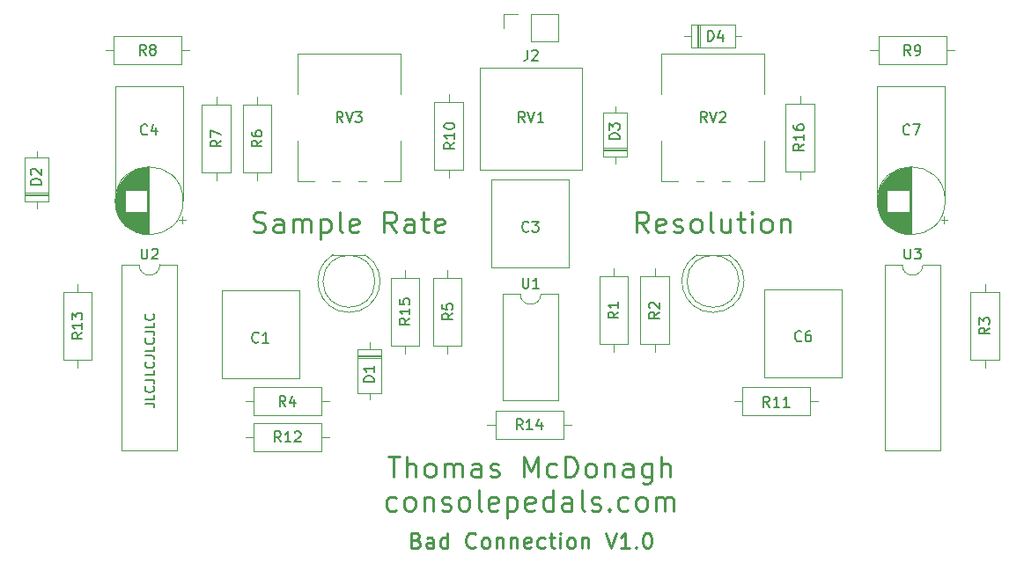
<source format=gbr>
G04 #@! TF.GenerationSoftware,KiCad,Pcbnew,(5.1.7)-1*
G04 #@! TF.CreationDate,2021-11-02T16:03:08-05:00*
G04 #@! TF.ProjectId,BadConnection,42616443-6f6e-46e6-9563-74696f6e2e6b,rev?*
G04 #@! TF.SameCoordinates,Original*
G04 #@! TF.FileFunction,Legend,Top*
G04 #@! TF.FilePolarity,Positive*
%FSLAX46Y46*%
G04 Gerber Fmt 4.6, Leading zero omitted, Abs format (unit mm)*
G04 Created by KiCad (PCBNEW (5.1.7)-1) date 2021-11-02 16:03:08*
%MOMM*%
%LPD*%
G01*
G04 APERTURE LIST*
%ADD10C,0.250000*%
%ADD11C,0.150000*%
%ADD12C,0.120000*%
G04 APERTURE END LIST*
D10*
X144011904Y-91582761D02*
X143345238Y-90630380D01*
X142869047Y-91582761D02*
X142869047Y-89582761D01*
X143630952Y-89582761D01*
X143821428Y-89678000D01*
X143916666Y-89773238D01*
X144011904Y-89963714D01*
X144011904Y-90249428D01*
X143916666Y-90439904D01*
X143821428Y-90535142D01*
X143630952Y-90630380D01*
X142869047Y-90630380D01*
X145630952Y-91487523D02*
X145440476Y-91582761D01*
X145059523Y-91582761D01*
X144869047Y-91487523D01*
X144773809Y-91297047D01*
X144773809Y-90535142D01*
X144869047Y-90344666D01*
X145059523Y-90249428D01*
X145440476Y-90249428D01*
X145630952Y-90344666D01*
X145726190Y-90535142D01*
X145726190Y-90725619D01*
X144773809Y-90916095D01*
X146488095Y-91487523D02*
X146678571Y-91582761D01*
X147059523Y-91582761D01*
X147250000Y-91487523D01*
X147345238Y-91297047D01*
X147345238Y-91201809D01*
X147250000Y-91011333D01*
X147059523Y-90916095D01*
X146773809Y-90916095D01*
X146583333Y-90820857D01*
X146488095Y-90630380D01*
X146488095Y-90535142D01*
X146583333Y-90344666D01*
X146773809Y-90249428D01*
X147059523Y-90249428D01*
X147250000Y-90344666D01*
X148488095Y-91582761D02*
X148297619Y-91487523D01*
X148202380Y-91392285D01*
X148107142Y-91201809D01*
X148107142Y-90630380D01*
X148202380Y-90439904D01*
X148297619Y-90344666D01*
X148488095Y-90249428D01*
X148773809Y-90249428D01*
X148964285Y-90344666D01*
X149059523Y-90439904D01*
X149154761Y-90630380D01*
X149154761Y-91201809D01*
X149059523Y-91392285D01*
X148964285Y-91487523D01*
X148773809Y-91582761D01*
X148488095Y-91582761D01*
X150297619Y-91582761D02*
X150107142Y-91487523D01*
X150011904Y-91297047D01*
X150011904Y-89582761D01*
X151916666Y-90249428D02*
X151916666Y-91582761D01*
X151059523Y-90249428D02*
X151059523Y-91297047D01*
X151154761Y-91487523D01*
X151345238Y-91582761D01*
X151630952Y-91582761D01*
X151821428Y-91487523D01*
X151916666Y-91392285D01*
X152583333Y-90249428D02*
X153345238Y-90249428D01*
X152869047Y-89582761D02*
X152869047Y-91297047D01*
X152964285Y-91487523D01*
X153154761Y-91582761D01*
X153345238Y-91582761D01*
X154011904Y-91582761D02*
X154011904Y-90249428D01*
X154011904Y-89582761D02*
X153916666Y-89678000D01*
X154011904Y-89773238D01*
X154107142Y-89678000D01*
X154011904Y-89582761D01*
X154011904Y-89773238D01*
X155250000Y-91582761D02*
X155059523Y-91487523D01*
X154964285Y-91392285D01*
X154869047Y-91201809D01*
X154869047Y-90630380D01*
X154964285Y-90439904D01*
X155059523Y-90344666D01*
X155250000Y-90249428D01*
X155535714Y-90249428D01*
X155726190Y-90344666D01*
X155821428Y-90439904D01*
X155916666Y-90630380D01*
X155916666Y-91201809D01*
X155821428Y-91392285D01*
X155726190Y-91487523D01*
X155535714Y-91582761D01*
X155250000Y-91582761D01*
X156773809Y-90249428D02*
X156773809Y-91582761D01*
X156773809Y-90439904D02*
X156869047Y-90344666D01*
X157059523Y-90249428D01*
X157345238Y-90249428D01*
X157535714Y-90344666D01*
X157630952Y-90535142D01*
X157630952Y-91582761D01*
X106059523Y-91487523D02*
X106345238Y-91582761D01*
X106821428Y-91582761D01*
X107011904Y-91487523D01*
X107107142Y-91392285D01*
X107202380Y-91201809D01*
X107202380Y-91011333D01*
X107107142Y-90820857D01*
X107011904Y-90725619D01*
X106821428Y-90630380D01*
X106440476Y-90535142D01*
X106250000Y-90439904D01*
X106154761Y-90344666D01*
X106059523Y-90154190D01*
X106059523Y-89963714D01*
X106154761Y-89773238D01*
X106250000Y-89678000D01*
X106440476Y-89582761D01*
X106916666Y-89582761D01*
X107202380Y-89678000D01*
X108916666Y-91582761D02*
X108916666Y-90535142D01*
X108821428Y-90344666D01*
X108630952Y-90249428D01*
X108250000Y-90249428D01*
X108059523Y-90344666D01*
X108916666Y-91487523D02*
X108726190Y-91582761D01*
X108250000Y-91582761D01*
X108059523Y-91487523D01*
X107964285Y-91297047D01*
X107964285Y-91106571D01*
X108059523Y-90916095D01*
X108250000Y-90820857D01*
X108726190Y-90820857D01*
X108916666Y-90725619D01*
X109869047Y-91582761D02*
X109869047Y-90249428D01*
X109869047Y-90439904D02*
X109964285Y-90344666D01*
X110154761Y-90249428D01*
X110440476Y-90249428D01*
X110630952Y-90344666D01*
X110726190Y-90535142D01*
X110726190Y-91582761D01*
X110726190Y-90535142D02*
X110821428Y-90344666D01*
X111011904Y-90249428D01*
X111297619Y-90249428D01*
X111488095Y-90344666D01*
X111583333Y-90535142D01*
X111583333Y-91582761D01*
X112535714Y-90249428D02*
X112535714Y-92249428D01*
X112535714Y-90344666D02*
X112726190Y-90249428D01*
X113107142Y-90249428D01*
X113297619Y-90344666D01*
X113392857Y-90439904D01*
X113488095Y-90630380D01*
X113488095Y-91201809D01*
X113392857Y-91392285D01*
X113297619Y-91487523D01*
X113107142Y-91582761D01*
X112726190Y-91582761D01*
X112535714Y-91487523D01*
X114630952Y-91582761D02*
X114440476Y-91487523D01*
X114345238Y-91297047D01*
X114345238Y-89582761D01*
X116154761Y-91487523D02*
X115964285Y-91582761D01*
X115583333Y-91582761D01*
X115392857Y-91487523D01*
X115297619Y-91297047D01*
X115297619Y-90535142D01*
X115392857Y-90344666D01*
X115583333Y-90249428D01*
X115964285Y-90249428D01*
X116154761Y-90344666D01*
X116250000Y-90535142D01*
X116250000Y-90725619D01*
X115297619Y-90916095D01*
X119773809Y-91582761D02*
X119107142Y-90630380D01*
X118630952Y-91582761D02*
X118630952Y-89582761D01*
X119392857Y-89582761D01*
X119583333Y-89678000D01*
X119678571Y-89773238D01*
X119773809Y-89963714D01*
X119773809Y-90249428D01*
X119678571Y-90439904D01*
X119583333Y-90535142D01*
X119392857Y-90630380D01*
X118630952Y-90630380D01*
X121488095Y-91582761D02*
X121488095Y-90535142D01*
X121392857Y-90344666D01*
X121202380Y-90249428D01*
X120821428Y-90249428D01*
X120630952Y-90344666D01*
X121488095Y-91487523D02*
X121297619Y-91582761D01*
X120821428Y-91582761D01*
X120630952Y-91487523D01*
X120535714Y-91297047D01*
X120535714Y-91106571D01*
X120630952Y-90916095D01*
X120821428Y-90820857D01*
X121297619Y-90820857D01*
X121488095Y-90725619D01*
X122154761Y-90249428D02*
X122916666Y-90249428D01*
X122440476Y-89582761D02*
X122440476Y-91297047D01*
X122535714Y-91487523D01*
X122726190Y-91582761D01*
X122916666Y-91582761D01*
X124345238Y-91487523D02*
X124154761Y-91582761D01*
X123773809Y-91582761D01*
X123583333Y-91487523D01*
X123488095Y-91297047D01*
X123488095Y-90535142D01*
X123583333Y-90344666D01*
X123773809Y-90249428D01*
X124154761Y-90249428D01*
X124345238Y-90344666D01*
X124440476Y-90535142D01*
X124440476Y-90725619D01*
X123488095Y-90916095D01*
D11*
X95646142Y-108043142D02*
X96289000Y-108043142D01*
X96417571Y-108086000D01*
X96503285Y-108171714D01*
X96546142Y-108300285D01*
X96546142Y-108386000D01*
X96546142Y-107186000D02*
X96546142Y-107614571D01*
X95646142Y-107614571D01*
X96460428Y-106371714D02*
X96503285Y-106414571D01*
X96546142Y-106543142D01*
X96546142Y-106628857D01*
X96503285Y-106757428D01*
X96417571Y-106843142D01*
X96331857Y-106886000D01*
X96160428Y-106928857D01*
X96031857Y-106928857D01*
X95860428Y-106886000D01*
X95774714Y-106843142D01*
X95689000Y-106757428D01*
X95646142Y-106628857D01*
X95646142Y-106543142D01*
X95689000Y-106414571D01*
X95731857Y-106371714D01*
X95646142Y-105728857D02*
X96289000Y-105728857D01*
X96417571Y-105771714D01*
X96503285Y-105857428D01*
X96546142Y-105986000D01*
X96546142Y-106071714D01*
X96546142Y-104871714D02*
X96546142Y-105300285D01*
X95646142Y-105300285D01*
X96460428Y-104057428D02*
X96503285Y-104100285D01*
X96546142Y-104228857D01*
X96546142Y-104314571D01*
X96503285Y-104443142D01*
X96417571Y-104528857D01*
X96331857Y-104571714D01*
X96160428Y-104614571D01*
X96031857Y-104614571D01*
X95860428Y-104571714D01*
X95774714Y-104528857D01*
X95689000Y-104443142D01*
X95646142Y-104314571D01*
X95646142Y-104228857D01*
X95689000Y-104100285D01*
X95731857Y-104057428D01*
X95646142Y-103414571D02*
X96289000Y-103414571D01*
X96417571Y-103457428D01*
X96503285Y-103543142D01*
X96546142Y-103671714D01*
X96546142Y-103757428D01*
X96546142Y-102557428D02*
X96546142Y-102986000D01*
X95646142Y-102986000D01*
X96460428Y-101743142D02*
X96503285Y-101786000D01*
X96546142Y-101914571D01*
X96546142Y-102000285D01*
X96503285Y-102128857D01*
X96417571Y-102214571D01*
X96331857Y-102257428D01*
X96160428Y-102300285D01*
X96031857Y-102300285D01*
X95860428Y-102257428D01*
X95774714Y-102214571D01*
X95689000Y-102128857D01*
X95646142Y-102000285D01*
X95646142Y-101914571D01*
X95689000Y-101786000D01*
X95731857Y-101743142D01*
X95646142Y-101100285D02*
X96289000Y-101100285D01*
X96417571Y-101143142D01*
X96503285Y-101228857D01*
X96546142Y-101357428D01*
X96546142Y-101443142D01*
X96546142Y-100243142D02*
X96546142Y-100671714D01*
X95646142Y-100671714D01*
X96460428Y-99428857D02*
X96503285Y-99471714D01*
X96546142Y-99600285D01*
X96546142Y-99686000D01*
X96503285Y-99814571D01*
X96417571Y-99900285D01*
X96331857Y-99943142D01*
X96160428Y-99986000D01*
X96031857Y-99986000D01*
X95860428Y-99943142D01*
X95774714Y-99900285D01*
X95689000Y-99814571D01*
X95646142Y-99686000D01*
X95646142Y-99600285D01*
X95689000Y-99471714D01*
X95731857Y-99428857D01*
D10*
X121714285Y-121177857D02*
X121928571Y-121249285D01*
X122000000Y-121320714D01*
X122071428Y-121463571D01*
X122071428Y-121677857D01*
X122000000Y-121820714D01*
X121928571Y-121892142D01*
X121785714Y-121963571D01*
X121214285Y-121963571D01*
X121214285Y-120463571D01*
X121714285Y-120463571D01*
X121857142Y-120535000D01*
X121928571Y-120606428D01*
X122000000Y-120749285D01*
X122000000Y-120892142D01*
X121928571Y-121035000D01*
X121857142Y-121106428D01*
X121714285Y-121177857D01*
X121214285Y-121177857D01*
X123357142Y-121963571D02*
X123357142Y-121177857D01*
X123285714Y-121035000D01*
X123142857Y-120963571D01*
X122857142Y-120963571D01*
X122714285Y-121035000D01*
X123357142Y-121892142D02*
X123214285Y-121963571D01*
X122857142Y-121963571D01*
X122714285Y-121892142D01*
X122642857Y-121749285D01*
X122642857Y-121606428D01*
X122714285Y-121463571D01*
X122857142Y-121392142D01*
X123214285Y-121392142D01*
X123357142Y-121320714D01*
X124714285Y-121963571D02*
X124714285Y-120463571D01*
X124714285Y-121892142D02*
X124571428Y-121963571D01*
X124285714Y-121963571D01*
X124142857Y-121892142D01*
X124071428Y-121820714D01*
X124000000Y-121677857D01*
X124000000Y-121249285D01*
X124071428Y-121106428D01*
X124142857Y-121035000D01*
X124285714Y-120963571D01*
X124571428Y-120963571D01*
X124714285Y-121035000D01*
X127428571Y-121820714D02*
X127357142Y-121892142D01*
X127142857Y-121963571D01*
X127000000Y-121963571D01*
X126785714Y-121892142D01*
X126642857Y-121749285D01*
X126571428Y-121606428D01*
X126500000Y-121320714D01*
X126500000Y-121106428D01*
X126571428Y-120820714D01*
X126642857Y-120677857D01*
X126785714Y-120535000D01*
X127000000Y-120463571D01*
X127142857Y-120463571D01*
X127357142Y-120535000D01*
X127428571Y-120606428D01*
X128285714Y-121963571D02*
X128142857Y-121892142D01*
X128071428Y-121820714D01*
X128000000Y-121677857D01*
X128000000Y-121249285D01*
X128071428Y-121106428D01*
X128142857Y-121035000D01*
X128285714Y-120963571D01*
X128500000Y-120963571D01*
X128642857Y-121035000D01*
X128714285Y-121106428D01*
X128785714Y-121249285D01*
X128785714Y-121677857D01*
X128714285Y-121820714D01*
X128642857Y-121892142D01*
X128500000Y-121963571D01*
X128285714Y-121963571D01*
X129428571Y-120963571D02*
X129428571Y-121963571D01*
X129428571Y-121106428D02*
X129500000Y-121035000D01*
X129642857Y-120963571D01*
X129857142Y-120963571D01*
X130000000Y-121035000D01*
X130071428Y-121177857D01*
X130071428Y-121963571D01*
X130785714Y-120963571D02*
X130785714Y-121963571D01*
X130785714Y-121106428D02*
X130857142Y-121035000D01*
X131000000Y-120963571D01*
X131214285Y-120963571D01*
X131357142Y-121035000D01*
X131428571Y-121177857D01*
X131428571Y-121963571D01*
X132714285Y-121892142D02*
X132571428Y-121963571D01*
X132285714Y-121963571D01*
X132142857Y-121892142D01*
X132071428Y-121749285D01*
X132071428Y-121177857D01*
X132142857Y-121035000D01*
X132285714Y-120963571D01*
X132571428Y-120963571D01*
X132714285Y-121035000D01*
X132785714Y-121177857D01*
X132785714Y-121320714D01*
X132071428Y-121463571D01*
X134071428Y-121892142D02*
X133928571Y-121963571D01*
X133642857Y-121963571D01*
X133500000Y-121892142D01*
X133428571Y-121820714D01*
X133357142Y-121677857D01*
X133357142Y-121249285D01*
X133428571Y-121106428D01*
X133500000Y-121035000D01*
X133642857Y-120963571D01*
X133928571Y-120963571D01*
X134071428Y-121035000D01*
X134500000Y-120963571D02*
X135071428Y-120963571D01*
X134714285Y-120463571D02*
X134714285Y-121749285D01*
X134785714Y-121892142D01*
X134928571Y-121963571D01*
X135071428Y-121963571D01*
X135571428Y-121963571D02*
X135571428Y-120963571D01*
X135571428Y-120463571D02*
X135500000Y-120535000D01*
X135571428Y-120606428D01*
X135642857Y-120535000D01*
X135571428Y-120463571D01*
X135571428Y-120606428D01*
X136500000Y-121963571D02*
X136357142Y-121892142D01*
X136285714Y-121820714D01*
X136214285Y-121677857D01*
X136214285Y-121249285D01*
X136285714Y-121106428D01*
X136357142Y-121035000D01*
X136500000Y-120963571D01*
X136714285Y-120963571D01*
X136857142Y-121035000D01*
X136928571Y-121106428D01*
X137000000Y-121249285D01*
X137000000Y-121677857D01*
X136928571Y-121820714D01*
X136857142Y-121892142D01*
X136714285Y-121963571D01*
X136500000Y-121963571D01*
X137642857Y-120963571D02*
X137642857Y-121963571D01*
X137642857Y-121106428D02*
X137714285Y-121035000D01*
X137857142Y-120963571D01*
X138071428Y-120963571D01*
X138214285Y-121035000D01*
X138285714Y-121177857D01*
X138285714Y-121963571D01*
X139928571Y-120463571D02*
X140428571Y-121963571D01*
X140928571Y-120463571D01*
X142214285Y-121963571D02*
X141357142Y-121963571D01*
X141785714Y-121963571D02*
X141785714Y-120463571D01*
X141642857Y-120677857D01*
X141500000Y-120820714D01*
X141357142Y-120892142D01*
X142857142Y-121820714D02*
X142928571Y-121892142D01*
X142857142Y-121963571D01*
X142785714Y-121892142D01*
X142857142Y-121820714D01*
X142857142Y-121963571D01*
X143857142Y-120463571D02*
X144000000Y-120463571D01*
X144142857Y-120535000D01*
X144214285Y-120606428D01*
X144285714Y-120749285D01*
X144357142Y-121035000D01*
X144357142Y-121392142D01*
X144285714Y-121677857D01*
X144214285Y-121820714D01*
X144142857Y-121892142D01*
X144000000Y-121963571D01*
X143857142Y-121963571D01*
X143714285Y-121892142D01*
X143642857Y-121820714D01*
X143571428Y-121677857D01*
X143500000Y-121392142D01*
X143500000Y-121035000D01*
X143571428Y-120749285D01*
X143642857Y-120606428D01*
X143714285Y-120535000D01*
X143857142Y-120463571D01*
X119000714Y-113103761D02*
X120143571Y-113103761D01*
X119572142Y-115103761D02*
X119572142Y-113103761D01*
X120810238Y-115103761D02*
X120810238Y-113103761D01*
X121667380Y-115103761D02*
X121667380Y-114056142D01*
X121572142Y-113865666D01*
X121381666Y-113770428D01*
X121095952Y-113770428D01*
X120905476Y-113865666D01*
X120810238Y-113960904D01*
X122905476Y-115103761D02*
X122715000Y-115008523D01*
X122619761Y-114913285D01*
X122524523Y-114722809D01*
X122524523Y-114151380D01*
X122619761Y-113960904D01*
X122715000Y-113865666D01*
X122905476Y-113770428D01*
X123191190Y-113770428D01*
X123381666Y-113865666D01*
X123476904Y-113960904D01*
X123572142Y-114151380D01*
X123572142Y-114722809D01*
X123476904Y-114913285D01*
X123381666Y-115008523D01*
X123191190Y-115103761D01*
X122905476Y-115103761D01*
X124429285Y-115103761D02*
X124429285Y-113770428D01*
X124429285Y-113960904D02*
X124524523Y-113865666D01*
X124715000Y-113770428D01*
X125000714Y-113770428D01*
X125191190Y-113865666D01*
X125286428Y-114056142D01*
X125286428Y-115103761D01*
X125286428Y-114056142D02*
X125381666Y-113865666D01*
X125572142Y-113770428D01*
X125857857Y-113770428D01*
X126048333Y-113865666D01*
X126143571Y-114056142D01*
X126143571Y-115103761D01*
X127953095Y-115103761D02*
X127953095Y-114056142D01*
X127857857Y-113865666D01*
X127667380Y-113770428D01*
X127286428Y-113770428D01*
X127095952Y-113865666D01*
X127953095Y-115008523D02*
X127762619Y-115103761D01*
X127286428Y-115103761D01*
X127095952Y-115008523D01*
X127000714Y-114818047D01*
X127000714Y-114627571D01*
X127095952Y-114437095D01*
X127286428Y-114341857D01*
X127762619Y-114341857D01*
X127953095Y-114246619D01*
X128810238Y-115008523D02*
X129000714Y-115103761D01*
X129381666Y-115103761D01*
X129572142Y-115008523D01*
X129667380Y-114818047D01*
X129667380Y-114722809D01*
X129572142Y-114532333D01*
X129381666Y-114437095D01*
X129095952Y-114437095D01*
X128905476Y-114341857D01*
X128810238Y-114151380D01*
X128810238Y-114056142D01*
X128905476Y-113865666D01*
X129095952Y-113770428D01*
X129381666Y-113770428D01*
X129572142Y-113865666D01*
X132048333Y-115103761D02*
X132048333Y-113103761D01*
X132715000Y-114532333D01*
X133381666Y-113103761D01*
X133381666Y-115103761D01*
X135191190Y-115008523D02*
X135000714Y-115103761D01*
X134619761Y-115103761D01*
X134429285Y-115008523D01*
X134334047Y-114913285D01*
X134238809Y-114722809D01*
X134238809Y-114151380D01*
X134334047Y-113960904D01*
X134429285Y-113865666D01*
X134619761Y-113770428D01*
X135000714Y-113770428D01*
X135191190Y-113865666D01*
X136048333Y-115103761D02*
X136048333Y-113103761D01*
X136524523Y-113103761D01*
X136810238Y-113199000D01*
X137000714Y-113389476D01*
X137095952Y-113579952D01*
X137191190Y-113960904D01*
X137191190Y-114246619D01*
X137095952Y-114627571D01*
X137000714Y-114818047D01*
X136810238Y-115008523D01*
X136524523Y-115103761D01*
X136048333Y-115103761D01*
X138334047Y-115103761D02*
X138143571Y-115008523D01*
X138048333Y-114913285D01*
X137953095Y-114722809D01*
X137953095Y-114151380D01*
X138048333Y-113960904D01*
X138143571Y-113865666D01*
X138334047Y-113770428D01*
X138619761Y-113770428D01*
X138810238Y-113865666D01*
X138905476Y-113960904D01*
X139000714Y-114151380D01*
X139000714Y-114722809D01*
X138905476Y-114913285D01*
X138810238Y-115008523D01*
X138619761Y-115103761D01*
X138334047Y-115103761D01*
X139857857Y-113770428D02*
X139857857Y-115103761D01*
X139857857Y-113960904D02*
X139953095Y-113865666D01*
X140143571Y-113770428D01*
X140429285Y-113770428D01*
X140619761Y-113865666D01*
X140715000Y-114056142D01*
X140715000Y-115103761D01*
X142524523Y-115103761D02*
X142524523Y-114056142D01*
X142429285Y-113865666D01*
X142238809Y-113770428D01*
X141857857Y-113770428D01*
X141667380Y-113865666D01*
X142524523Y-115008523D02*
X142334047Y-115103761D01*
X141857857Y-115103761D01*
X141667380Y-115008523D01*
X141572142Y-114818047D01*
X141572142Y-114627571D01*
X141667380Y-114437095D01*
X141857857Y-114341857D01*
X142334047Y-114341857D01*
X142524523Y-114246619D01*
X144334047Y-113770428D02*
X144334047Y-115389476D01*
X144238809Y-115579952D01*
X144143571Y-115675190D01*
X143953095Y-115770428D01*
X143667380Y-115770428D01*
X143476904Y-115675190D01*
X144334047Y-115008523D02*
X144143571Y-115103761D01*
X143762619Y-115103761D01*
X143572142Y-115008523D01*
X143476904Y-114913285D01*
X143381666Y-114722809D01*
X143381666Y-114151380D01*
X143476904Y-113960904D01*
X143572142Y-113865666D01*
X143762619Y-113770428D01*
X144143571Y-113770428D01*
X144334047Y-113865666D01*
X145286428Y-115103761D02*
X145286428Y-113103761D01*
X146143571Y-115103761D02*
X146143571Y-114056142D01*
X146048333Y-113865666D01*
X145857857Y-113770428D01*
X145572142Y-113770428D01*
X145381666Y-113865666D01*
X145286428Y-113960904D01*
X119810238Y-118258523D02*
X119619761Y-118353761D01*
X119238809Y-118353761D01*
X119048333Y-118258523D01*
X118953095Y-118163285D01*
X118857857Y-117972809D01*
X118857857Y-117401380D01*
X118953095Y-117210904D01*
X119048333Y-117115666D01*
X119238809Y-117020428D01*
X119619761Y-117020428D01*
X119810238Y-117115666D01*
X120953095Y-118353761D02*
X120762619Y-118258523D01*
X120667380Y-118163285D01*
X120572142Y-117972809D01*
X120572142Y-117401380D01*
X120667380Y-117210904D01*
X120762619Y-117115666D01*
X120953095Y-117020428D01*
X121238809Y-117020428D01*
X121429285Y-117115666D01*
X121524523Y-117210904D01*
X121619761Y-117401380D01*
X121619761Y-117972809D01*
X121524523Y-118163285D01*
X121429285Y-118258523D01*
X121238809Y-118353761D01*
X120953095Y-118353761D01*
X122476904Y-117020428D02*
X122476904Y-118353761D01*
X122476904Y-117210904D02*
X122572142Y-117115666D01*
X122762619Y-117020428D01*
X123048333Y-117020428D01*
X123238809Y-117115666D01*
X123334047Y-117306142D01*
X123334047Y-118353761D01*
X124191190Y-118258523D02*
X124381666Y-118353761D01*
X124762619Y-118353761D01*
X124953095Y-118258523D01*
X125048333Y-118068047D01*
X125048333Y-117972809D01*
X124953095Y-117782333D01*
X124762619Y-117687095D01*
X124476904Y-117687095D01*
X124286428Y-117591857D01*
X124191190Y-117401380D01*
X124191190Y-117306142D01*
X124286428Y-117115666D01*
X124476904Y-117020428D01*
X124762619Y-117020428D01*
X124953095Y-117115666D01*
X126191190Y-118353761D02*
X126000714Y-118258523D01*
X125905476Y-118163285D01*
X125810238Y-117972809D01*
X125810238Y-117401380D01*
X125905476Y-117210904D01*
X126000714Y-117115666D01*
X126191190Y-117020428D01*
X126476904Y-117020428D01*
X126667380Y-117115666D01*
X126762619Y-117210904D01*
X126857857Y-117401380D01*
X126857857Y-117972809D01*
X126762619Y-118163285D01*
X126667380Y-118258523D01*
X126476904Y-118353761D01*
X126191190Y-118353761D01*
X128000714Y-118353761D02*
X127810238Y-118258523D01*
X127715000Y-118068047D01*
X127715000Y-116353761D01*
X129524523Y-118258523D02*
X129334047Y-118353761D01*
X128953095Y-118353761D01*
X128762619Y-118258523D01*
X128667380Y-118068047D01*
X128667380Y-117306142D01*
X128762619Y-117115666D01*
X128953095Y-117020428D01*
X129334047Y-117020428D01*
X129524523Y-117115666D01*
X129619761Y-117306142D01*
X129619761Y-117496619D01*
X128667380Y-117687095D01*
X130476904Y-117020428D02*
X130476904Y-119020428D01*
X130476904Y-117115666D02*
X130667380Y-117020428D01*
X131048333Y-117020428D01*
X131238809Y-117115666D01*
X131334047Y-117210904D01*
X131429285Y-117401380D01*
X131429285Y-117972809D01*
X131334047Y-118163285D01*
X131238809Y-118258523D01*
X131048333Y-118353761D01*
X130667380Y-118353761D01*
X130476904Y-118258523D01*
X133048333Y-118258523D02*
X132857857Y-118353761D01*
X132476904Y-118353761D01*
X132286428Y-118258523D01*
X132191190Y-118068047D01*
X132191190Y-117306142D01*
X132286428Y-117115666D01*
X132476904Y-117020428D01*
X132857857Y-117020428D01*
X133048333Y-117115666D01*
X133143571Y-117306142D01*
X133143571Y-117496619D01*
X132191190Y-117687095D01*
X134857857Y-118353761D02*
X134857857Y-116353761D01*
X134857857Y-118258523D02*
X134667380Y-118353761D01*
X134286428Y-118353761D01*
X134095952Y-118258523D01*
X134000714Y-118163285D01*
X133905476Y-117972809D01*
X133905476Y-117401380D01*
X134000714Y-117210904D01*
X134095952Y-117115666D01*
X134286428Y-117020428D01*
X134667380Y-117020428D01*
X134857857Y-117115666D01*
X136667380Y-118353761D02*
X136667380Y-117306142D01*
X136572142Y-117115666D01*
X136381666Y-117020428D01*
X136000714Y-117020428D01*
X135810238Y-117115666D01*
X136667380Y-118258523D02*
X136476904Y-118353761D01*
X136000714Y-118353761D01*
X135810238Y-118258523D01*
X135715000Y-118068047D01*
X135715000Y-117877571D01*
X135810238Y-117687095D01*
X136000714Y-117591857D01*
X136476904Y-117591857D01*
X136667380Y-117496619D01*
X137905476Y-118353761D02*
X137715000Y-118258523D01*
X137619761Y-118068047D01*
X137619761Y-116353761D01*
X138572142Y-118258523D02*
X138762619Y-118353761D01*
X139143571Y-118353761D01*
X139334047Y-118258523D01*
X139429285Y-118068047D01*
X139429285Y-117972809D01*
X139334047Y-117782333D01*
X139143571Y-117687095D01*
X138857857Y-117687095D01*
X138667380Y-117591857D01*
X138572142Y-117401380D01*
X138572142Y-117306142D01*
X138667380Y-117115666D01*
X138857857Y-117020428D01*
X139143571Y-117020428D01*
X139334047Y-117115666D01*
X140286428Y-118163285D02*
X140381666Y-118258523D01*
X140286428Y-118353761D01*
X140191190Y-118258523D01*
X140286428Y-118163285D01*
X140286428Y-118353761D01*
X142095952Y-118258523D02*
X141905476Y-118353761D01*
X141524523Y-118353761D01*
X141334047Y-118258523D01*
X141238809Y-118163285D01*
X141143571Y-117972809D01*
X141143571Y-117401380D01*
X141238809Y-117210904D01*
X141334047Y-117115666D01*
X141524523Y-117020428D01*
X141905476Y-117020428D01*
X142095952Y-117115666D01*
X143238809Y-118353761D02*
X143048333Y-118258523D01*
X142953095Y-118163285D01*
X142857857Y-117972809D01*
X142857857Y-117401380D01*
X142953095Y-117210904D01*
X143048333Y-117115666D01*
X143238809Y-117020428D01*
X143524523Y-117020428D01*
X143715000Y-117115666D01*
X143810238Y-117210904D01*
X143905476Y-117401380D01*
X143905476Y-117972809D01*
X143810238Y-118163285D01*
X143715000Y-118258523D01*
X143524523Y-118353761D01*
X143238809Y-118353761D01*
X144762619Y-118353761D02*
X144762619Y-117020428D01*
X144762619Y-117210904D02*
X144857857Y-117115666D01*
X145048333Y-117020428D01*
X145334047Y-117020428D01*
X145524523Y-117115666D01*
X145619761Y-117306142D01*
X145619761Y-118353761D01*
X145619761Y-117306142D02*
X145715000Y-117115666D01*
X145905476Y-117020428D01*
X146191190Y-117020428D01*
X146381666Y-117115666D01*
X146476904Y-117306142D01*
X146476904Y-118353761D01*
D12*
G04 #@! TO.C,R15*
X119280000Y-102457000D02*
X122020000Y-102457000D01*
X122020000Y-102457000D02*
X122020000Y-95917000D01*
X122020000Y-95917000D02*
X119280000Y-95917000D01*
X119280000Y-95917000D02*
X119280000Y-102457000D01*
X120650000Y-103227000D02*
X120650000Y-102457000D01*
X120650000Y-95147000D02*
X120650000Y-95917000D01*
G04 #@! TO.C,D5*
X117750000Y-96270000D02*
G75*
G03*
X117750000Y-96270000I-2500000J0D01*
G01*
X116795000Y-93710000D02*
X113705000Y-93710000D01*
X115249538Y-99260000D02*
G75*
G03*
X116794830Y-93710000I462J2990000D01*
G01*
X115250462Y-99260000D02*
G75*
G02*
X113705170Y-93710000I-462J2990000D01*
G01*
G04 #@! TO.C,D6*
X151795000Y-93710000D02*
X148705000Y-93710000D01*
X152750000Y-96270000D02*
G75*
G03*
X152750000Y-96270000I-2500000J0D01*
G01*
X150250462Y-99260000D02*
G75*
G02*
X148705170Y-93710000I-462J2990000D01*
G01*
X150249538Y-99260000D02*
G75*
G03*
X151794830Y-93710000I462J2990000D01*
G01*
G04 #@! TO.C,R16*
X157253000Y-85693000D02*
X159993000Y-85693000D01*
X159993000Y-85693000D02*
X159993000Y-79153000D01*
X159993000Y-79153000D02*
X157253000Y-79153000D01*
X157253000Y-79153000D02*
X157253000Y-85693000D01*
X158623000Y-86463000D02*
X158623000Y-85693000D01*
X158623000Y-78383000D02*
X158623000Y-79153000D01*
G04 #@! TO.C,C1*
X110440000Y-105637000D02*
X103000000Y-105637000D01*
X110440000Y-97147000D02*
X103000000Y-97147000D01*
X110440000Y-105637000D02*
X110440000Y-97147000D01*
X103000000Y-105637000D02*
X103000000Y-97147000D01*
G04 #@! TO.C,C3*
X128971500Y-94969000D02*
X128971500Y-86479000D01*
X136411500Y-94969000D02*
X136411500Y-86479000D01*
X136411500Y-86479000D02*
X128971500Y-86479000D01*
X136411500Y-94969000D02*
X128971500Y-94969000D01*
G04 #@! TO.C,C4*
X99217241Y-90673000D02*
X99217241Y-90043000D01*
X99532241Y-90358000D02*
X98902241Y-90358000D01*
X92791000Y-88921000D02*
X92791000Y-88117000D01*
X92831000Y-89152000D02*
X92831000Y-87886000D01*
X92871000Y-89321000D02*
X92871000Y-87717000D01*
X92911000Y-89459000D02*
X92911000Y-87579000D01*
X92951000Y-89578000D02*
X92951000Y-87460000D01*
X92991000Y-89684000D02*
X92991000Y-87354000D01*
X93031000Y-89781000D02*
X93031000Y-87257000D01*
X93071000Y-89869000D02*
X93071000Y-87169000D01*
X93111000Y-89951000D02*
X93111000Y-87087000D01*
X93151000Y-90028000D02*
X93151000Y-87010000D01*
X93191000Y-90100000D02*
X93191000Y-86938000D01*
X93231000Y-90169000D02*
X93231000Y-86869000D01*
X93271000Y-90233000D02*
X93271000Y-86805000D01*
X93311000Y-90295000D02*
X93311000Y-86743000D01*
X93351000Y-90353000D02*
X93351000Y-86685000D01*
X93391000Y-90409000D02*
X93391000Y-86629000D01*
X93431000Y-90463000D02*
X93431000Y-86575000D01*
X93471000Y-90514000D02*
X93471000Y-86524000D01*
X93511000Y-90563000D02*
X93511000Y-86475000D01*
X93551000Y-90611000D02*
X93551000Y-86427000D01*
X93591000Y-90656000D02*
X93591000Y-86382000D01*
X93631000Y-90701000D02*
X93631000Y-86337000D01*
X93671000Y-90743000D02*
X93671000Y-86295000D01*
X93711000Y-90784000D02*
X93711000Y-86254000D01*
X93751000Y-87479000D02*
X93751000Y-86214000D01*
X93751000Y-90824000D02*
X93751000Y-89559000D01*
X93791000Y-87479000D02*
X93791000Y-86176000D01*
X93791000Y-90862000D02*
X93791000Y-89559000D01*
X93831000Y-87479000D02*
X93831000Y-86139000D01*
X93831000Y-90899000D02*
X93831000Y-89559000D01*
X93871000Y-87479000D02*
X93871000Y-86103000D01*
X93871000Y-90935000D02*
X93871000Y-89559000D01*
X93911000Y-87479000D02*
X93911000Y-86069000D01*
X93911000Y-90969000D02*
X93911000Y-89559000D01*
X93951000Y-87479000D02*
X93951000Y-86035000D01*
X93951000Y-91003000D02*
X93951000Y-89559000D01*
X93991000Y-87479000D02*
X93991000Y-86003000D01*
X93991000Y-91035000D02*
X93991000Y-89559000D01*
X94031000Y-87479000D02*
X94031000Y-85971000D01*
X94031000Y-91067000D02*
X94031000Y-89559000D01*
X94071000Y-87479000D02*
X94071000Y-85941000D01*
X94071000Y-91097000D02*
X94071000Y-89559000D01*
X94111000Y-87479000D02*
X94111000Y-85912000D01*
X94111000Y-91126000D02*
X94111000Y-89559000D01*
X94151000Y-87479000D02*
X94151000Y-85883000D01*
X94151000Y-91155000D02*
X94151000Y-89559000D01*
X94191000Y-87479000D02*
X94191000Y-85855000D01*
X94191000Y-91183000D02*
X94191000Y-89559000D01*
X94231000Y-87479000D02*
X94231000Y-85829000D01*
X94231000Y-91209000D02*
X94231000Y-89559000D01*
X94271000Y-87479000D02*
X94271000Y-85803000D01*
X94271000Y-91235000D02*
X94271000Y-89559000D01*
X94311000Y-87479000D02*
X94311000Y-85777000D01*
X94311000Y-91261000D02*
X94311000Y-89559000D01*
X94351000Y-87479000D02*
X94351000Y-85753000D01*
X94351000Y-91285000D02*
X94351000Y-89559000D01*
X94391000Y-87479000D02*
X94391000Y-85729000D01*
X94391000Y-91309000D02*
X94391000Y-89559000D01*
X94431000Y-87479000D02*
X94431000Y-85707000D01*
X94431000Y-91331000D02*
X94431000Y-89559000D01*
X94471000Y-87479000D02*
X94471000Y-85685000D01*
X94471000Y-91353000D02*
X94471000Y-89559000D01*
X94511000Y-87479000D02*
X94511000Y-85663000D01*
X94511000Y-91375000D02*
X94511000Y-89559000D01*
X94551000Y-87479000D02*
X94551000Y-85643000D01*
X94551000Y-91395000D02*
X94551000Y-89559000D01*
X94591000Y-87479000D02*
X94591000Y-85623000D01*
X94591000Y-91415000D02*
X94591000Y-89559000D01*
X94631000Y-87479000D02*
X94631000Y-85603000D01*
X94631000Y-91435000D02*
X94631000Y-89559000D01*
X94671000Y-87479000D02*
X94671000Y-85585000D01*
X94671000Y-91453000D02*
X94671000Y-89559000D01*
X94711000Y-87479000D02*
X94711000Y-85567000D01*
X94711000Y-91471000D02*
X94711000Y-89559000D01*
X94751000Y-87479000D02*
X94751000Y-85549000D01*
X94751000Y-91489000D02*
X94751000Y-89559000D01*
X94791000Y-87479000D02*
X94791000Y-85533000D01*
X94791000Y-91505000D02*
X94791000Y-89559000D01*
X94831000Y-87479000D02*
X94831000Y-85517000D01*
X94831000Y-91521000D02*
X94831000Y-89559000D01*
X94871000Y-87479000D02*
X94871000Y-85501000D01*
X94871000Y-91537000D02*
X94871000Y-89559000D01*
X94911000Y-87479000D02*
X94911000Y-85486000D01*
X94911000Y-91552000D02*
X94911000Y-89559000D01*
X94951000Y-87479000D02*
X94951000Y-85472000D01*
X94951000Y-91566000D02*
X94951000Y-89559000D01*
X94991000Y-87479000D02*
X94991000Y-85458000D01*
X94991000Y-91580000D02*
X94991000Y-89559000D01*
X95031000Y-87479000D02*
X95031000Y-85445000D01*
X95031000Y-91593000D02*
X95031000Y-89559000D01*
X95071000Y-87479000D02*
X95071000Y-85433000D01*
X95071000Y-91605000D02*
X95071000Y-89559000D01*
X95111000Y-87479000D02*
X95111000Y-85421000D01*
X95111000Y-91617000D02*
X95111000Y-89559000D01*
X95151000Y-87479000D02*
X95151000Y-85409000D01*
X95151000Y-91629000D02*
X95151000Y-89559000D01*
X95191000Y-87479000D02*
X95191000Y-85398000D01*
X95191000Y-91640000D02*
X95191000Y-89559000D01*
X95231000Y-87479000D02*
X95231000Y-85388000D01*
X95231000Y-91650000D02*
X95231000Y-89559000D01*
X95271000Y-87479000D02*
X95271000Y-85378000D01*
X95271000Y-91660000D02*
X95271000Y-89559000D01*
X95311000Y-87479000D02*
X95311000Y-85369000D01*
X95311000Y-91669000D02*
X95311000Y-89559000D01*
X95352000Y-87479000D02*
X95352000Y-85360000D01*
X95352000Y-91678000D02*
X95352000Y-89559000D01*
X95392000Y-87479000D02*
X95392000Y-85352000D01*
X95392000Y-91686000D02*
X95392000Y-89559000D01*
X95432000Y-87479000D02*
X95432000Y-85344000D01*
X95432000Y-91694000D02*
X95432000Y-89559000D01*
X95472000Y-87479000D02*
X95472000Y-85337000D01*
X95472000Y-91701000D02*
X95472000Y-89559000D01*
X95512000Y-87479000D02*
X95512000Y-85330000D01*
X95512000Y-91708000D02*
X95512000Y-89559000D01*
X95552000Y-87479000D02*
X95552000Y-85324000D01*
X95552000Y-91714000D02*
X95552000Y-89559000D01*
X95592000Y-87479000D02*
X95592000Y-85318000D01*
X95592000Y-91720000D02*
X95592000Y-89559000D01*
X95632000Y-87479000D02*
X95632000Y-85313000D01*
X95632000Y-91725000D02*
X95632000Y-89559000D01*
X95672000Y-87479000D02*
X95672000Y-85308000D01*
X95672000Y-91730000D02*
X95672000Y-89559000D01*
X95712000Y-87479000D02*
X95712000Y-85304000D01*
X95712000Y-91734000D02*
X95712000Y-89559000D01*
X95752000Y-87479000D02*
X95752000Y-85301000D01*
X95752000Y-91737000D02*
X95752000Y-89559000D01*
X95792000Y-87479000D02*
X95792000Y-85297000D01*
X95792000Y-91741000D02*
X95792000Y-89559000D01*
X95832000Y-91743000D02*
X95832000Y-85295000D01*
X95872000Y-91746000D02*
X95872000Y-85292000D01*
X95912000Y-91747000D02*
X95912000Y-85291000D01*
X95952000Y-91749000D02*
X95952000Y-85289000D01*
X95992000Y-91749000D02*
X95992000Y-85289000D01*
X96032000Y-91749000D02*
X96032000Y-85289000D01*
X99302000Y-88519000D02*
G75*
G03*
X99302000Y-88519000I-3270000J0D01*
G01*
X99302000Y-88519000D02*
X99302000Y-77519000D01*
X92762000Y-88519000D02*
X92762000Y-77519000D01*
X99302000Y-77519000D02*
X92762000Y-77519000D01*
G04 #@! TO.C,C6*
X155197000Y-105510000D02*
X155197000Y-97020000D01*
X162637000Y-105510000D02*
X162637000Y-97020000D01*
X162637000Y-97020000D02*
X155197000Y-97020000D01*
X162637000Y-105510000D02*
X155197000Y-105510000D01*
G04 #@! TO.C,C7*
X172581000Y-77519000D02*
X166041000Y-77519000D01*
X166041000Y-88519000D02*
X166041000Y-77519000D01*
X172581000Y-88519000D02*
X172581000Y-77519000D01*
X172581000Y-88519000D02*
G75*
G03*
X172581000Y-88519000I-3270000J0D01*
G01*
X169311000Y-91749000D02*
X169311000Y-85289000D01*
X169271000Y-91749000D02*
X169271000Y-85289000D01*
X169231000Y-91749000D02*
X169231000Y-85289000D01*
X169191000Y-91747000D02*
X169191000Y-85291000D01*
X169151000Y-91746000D02*
X169151000Y-85292000D01*
X169111000Y-91743000D02*
X169111000Y-85295000D01*
X169071000Y-91741000D02*
X169071000Y-89559000D01*
X169071000Y-87479000D02*
X169071000Y-85297000D01*
X169031000Y-91737000D02*
X169031000Y-89559000D01*
X169031000Y-87479000D02*
X169031000Y-85301000D01*
X168991000Y-91734000D02*
X168991000Y-89559000D01*
X168991000Y-87479000D02*
X168991000Y-85304000D01*
X168951000Y-91730000D02*
X168951000Y-89559000D01*
X168951000Y-87479000D02*
X168951000Y-85308000D01*
X168911000Y-91725000D02*
X168911000Y-89559000D01*
X168911000Y-87479000D02*
X168911000Y-85313000D01*
X168871000Y-91720000D02*
X168871000Y-89559000D01*
X168871000Y-87479000D02*
X168871000Y-85318000D01*
X168831000Y-91714000D02*
X168831000Y-89559000D01*
X168831000Y-87479000D02*
X168831000Y-85324000D01*
X168791000Y-91708000D02*
X168791000Y-89559000D01*
X168791000Y-87479000D02*
X168791000Y-85330000D01*
X168751000Y-91701000D02*
X168751000Y-89559000D01*
X168751000Y-87479000D02*
X168751000Y-85337000D01*
X168711000Y-91694000D02*
X168711000Y-89559000D01*
X168711000Y-87479000D02*
X168711000Y-85344000D01*
X168671000Y-91686000D02*
X168671000Y-89559000D01*
X168671000Y-87479000D02*
X168671000Y-85352000D01*
X168631000Y-91678000D02*
X168631000Y-89559000D01*
X168631000Y-87479000D02*
X168631000Y-85360000D01*
X168590000Y-91669000D02*
X168590000Y-89559000D01*
X168590000Y-87479000D02*
X168590000Y-85369000D01*
X168550000Y-91660000D02*
X168550000Y-89559000D01*
X168550000Y-87479000D02*
X168550000Y-85378000D01*
X168510000Y-91650000D02*
X168510000Y-89559000D01*
X168510000Y-87479000D02*
X168510000Y-85388000D01*
X168470000Y-91640000D02*
X168470000Y-89559000D01*
X168470000Y-87479000D02*
X168470000Y-85398000D01*
X168430000Y-91629000D02*
X168430000Y-89559000D01*
X168430000Y-87479000D02*
X168430000Y-85409000D01*
X168390000Y-91617000D02*
X168390000Y-89559000D01*
X168390000Y-87479000D02*
X168390000Y-85421000D01*
X168350000Y-91605000D02*
X168350000Y-89559000D01*
X168350000Y-87479000D02*
X168350000Y-85433000D01*
X168310000Y-91593000D02*
X168310000Y-89559000D01*
X168310000Y-87479000D02*
X168310000Y-85445000D01*
X168270000Y-91580000D02*
X168270000Y-89559000D01*
X168270000Y-87479000D02*
X168270000Y-85458000D01*
X168230000Y-91566000D02*
X168230000Y-89559000D01*
X168230000Y-87479000D02*
X168230000Y-85472000D01*
X168190000Y-91552000D02*
X168190000Y-89559000D01*
X168190000Y-87479000D02*
X168190000Y-85486000D01*
X168150000Y-91537000D02*
X168150000Y-89559000D01*
X168150000Y-87479000D02*
X168150000Y-85501000D01*
X168110000Y-91521000D02*
X168110000Y-89559000D01*
X168110000Y-87479000D02*
X168110000Y-85517000D01*
X168070000Y-91505000D02*
X168070000Y-89559000D01*
X168070000Y-87479000D02*
X168070000Y-85533000D01*
X168030000Y-91489000D02*
X168030000Y-89559000D01*
X168030000Y-87479000D02*
X168030000Y-85549000D01*
X167990000Y-91471000D02*
X167990000Y-89559000D01*
X167990000Y-87479000D02*
X167990000Y-85567000D01*
X167950000Y-91453000D02*
X167950000Y-89559000D01*
X167950000Y-87479000D02*
X167950000Y-85585000D01*
X167910000Y-91435000D02*
X167910000Y-89559000D01*
X167910000Y-87479000D02*
X167910000Y-85603000D01*
X167870000Y-91415000D02*
X167870000Y-89559000D01*
X167870000Y-87479000D02*
X167870000Y-85623000D01*
X167830000Y-91395000D02*
X167830000Y-89559000D01*
X167830000Y-87479000D02*
X167830000Y-85643000D01*
X167790000Y-91375000D02*
X167790000Y-89559000D01*
X167790000Y-87479000D02*
X167790000Y-85663000D01*
X167750000Y-91353000D02*
X167750000Y-89559000D01*
X167750000Y-87479000D02*
X167750000Y-85685000D01*
X167710000Y-91331000D02*
X167710000Y-89559000D01*
X167710000Y-87479000D02*
X167710000Y-85707000D01*
X167670000Y-91309000D02*
X167670000Y-89559000D01*
X167670000Y-87479000D02*
X167670000Y-85729000D01*
X167630000Y-91285000D02*
X167630000Y-89559000D01*
X167630000Y-87479000D02*
X167630000Y-85753000D01*
X167590000Y-91261000D02*
X167590000Y-89559000D01*
X167590000Y-87479000D02*
X167590000Y-85777000D01*
X167550000Y-91235000D02*
X167550000Y-89559000D01*
X167550000Y-87479000D02*
X167550000Y-85803000D01*
X167510000Y-91209000D02*
X167510000Y-89559000D01*
X167510000Y-87479000D02*
X167510000Y-85829000D01*
X167470000Y-91183000D02*
X167470000Y-89559000D01*
X167470000Y-87479000D02*
X167470000Y-85855000D01*
X167430000Y-91155000D02*
X167430000Y-89559000D01*
X167430000Y-87479000D02*
X167430000Y-85883000D01*
X167390000Y-91126000D02*
X167390000Y-89559000D01*
X167390000Y-87479000D02*
X167390000Y-85912000D01*
X167350000Y-91097000D02*
X167350000Y-89559000D01*
X167350000Y-87479000D02*
X167350000Y-85941000D01*
X167310000Y-91067000D02*
X167310000Y-89559000D01*
X167310000Y-87479000D02*
X167310000Y-85971000D01*
X167270000Y-91035000D02*
X167270000Y-89559000D01*
X167270000Y-87479000D02*
X167270000Y-86003000D01*
X167230000Y-91003000D02*
X167230000Y-89559000D01*
X167230000Y-87479000D02*
X167230000Y-86035000D01*
X167190000Y-90969000D02*
X167190000Y-89559000D01*
X167190000Y-87479000D02*
X167190000Y-86069000D01*
X167150000Y-90935000D02*
X167150000Y-89559000D01*
X167150000Y-87479000D02*
X167150000Y-86103000D01*
X167110000Y-90899000D02*
X167110000Y-89559000D01*
X167110000Y-87479000D02*
X167110000Y-86139000D01*
X167070000Y-90862000D02*
X167070000Y-89559000D01*
X167070000Y-87479000D02*
X167070000Y-86176000D01*
X167030000Y-90824000D02*
X167030000Y-89559000D01*
X167030000Y-87479000D02*
X167030000Y-86214000D01*
X166990000Y-90784000D02*
X166990000Y-86254000D01*
X166950000Y-90743000D02*
X166950000Y-86295000D01*
X166910000Y-90701000D02*
X166910000Y-86337000D01*
X166870000Y-90656000D02*
X166870000Y-86382000D01*
X166830000Y-90611000D02*
X166830000Y-86427000D01*
X166790000Y-90563000D02*
X166790000Y-86475000D01*
X166750000Y-90514000D02*
X166750000Y-86524000D01*
X166710000Y-90463000D02*
X166710000Y-86575000D01*
X166670000Y-90409000D02*
X166670000Y-86629000D01*
X166630000Y-90353000D02*
X166630000Y-86685000D01*
X166590000Y-90295000D02*
X166590000Y-86743000D01*
X166550000Y-90233000D02*
X166550000Y-86805000D01*
X166510000Y-90169000D02*
X166510000Y-86869000D01*
X166470000Y-90100000D02*
X166470000Y-86938000D01*
X166430000Y-90028000D02*
X166430000Y-87010000D01*
X166390000Y-89951000D02*
X166390000Y-87087000D01*
X166350000Y-89869000D02*
X166350000Y-87169000D01*
X166310000Y-89781000D02*
X166310000Y-87257000D01*
X166270000Y-89684000D02*
X166270000Y-87354000D01*
X166230000Y-89578000D02*
X166230000Y-87460000D01*
X166190000Y-89459000D02*
X166190000Y-87579000D01*
X166150000Y-89321000D02*
X166150000Y-87717000D01*
X166110000Y-89152000D02*
X166110000Y-87886000D01*
X166070000Y-88921000D02*
X166070000Y-88117000D01*
X172811241Y-90358000D02*
X172181241Y-90358000D01*
X172496241Y-90673000D02*
X172496241Y-90043000D01*
G04 #@! TO.C,D1*
X118341000Y-102782000D02*
X116101000Y-102782000D01*
X116101000Y-102782000D02*
X116101000Y-107022000D01*
X116101000Y-107022000D02*
X118341000Y-107022000D01*
X118341000Y-107022000D02*
X118341000Y-102782000D01*
X117221000Y-102132000D02*
X117221000Y-102782000D01*
X117221000Y-107672000D02*
X117221000Y-107022000D01*
X118341000Y-103502000D02*
X116101000Y-103502000D01*
X118341000Y-103622000D02*
X116101000Y-103622000D01*
X118341000Y-103382000D02*
X116101000Y-103382000D01*
G04 #@! TO.C,D2*
X84097000Y-88007000D02*
X86337000Y-88007000D01*
X84097000Y-87767000D02*
X86337000Y-87767000D01*
X84097000Y-87887000D02*
X86337000Y-87887000D01*
X85217000Y-83717000D02*
X85217000Y-84367000D01*
X85217000Y-89257000D02*
X85217000Y-88607000D01*
X84097000Y-84367000D02*
X84097000Y-88607000D01*
X86337000Y-84367000D02*
X84097000Y-84367000D01*
X86337000Y-88607000D02*
X86337000Y-84367000D01*
X84097000Y-88607000D02*
X86337000Y-88607000D01*
G04 #@! TO.C,D3*
X139723000Y-84289000D02*
X141963000Y-84289000D01*
X141963000Y-84289000D02*
X141963000Y-80049000D01*
X141963000Y-80049000D02*
X139723000Y-80049000D01*
X139723000Y-80049000D02*
X139723000Y-84289000D01*
X140843000Y-84939000D02*
X140843000Y-84289000D01*
X140843000Y-79399000D02*
X140843000Y-80049000D01*
X139723000Y-83569000D02*
X141963000Y-83569000D01*
X139723000Y-83449000D02*
X141963000Y-83449000D01*
X139723000Y-83689000D02*
X141963000Y-83689000D01*
G04 #@! TO.C,D4*
X148721000Y-71524000D02*
X148721000Y-73764000D01*
X148961000Y-71524000D02*
X148961000Y-73764000D01*
X148841000Y-71524000D02*
X148841000Y-73764000D01*
X153011000Y-72644000D02*
X152361000Y-72644000D01*
X147471000Y-72644000D02*
X148121000Y-72644000D01*
X152361000Y-71524000D02*
X148121000Y-71524000D01*
X152361000Y-73764000D02*
X152361000Y-71524000D01*
X148121000Y-73764000D02*
X152361000Y-73764000D01*
X148121000Y-71524000D02*
X148121000Y-73764000D01*
G04 #@! TO.C,J2*
X130150000Y-71882000D02*
X130150000Y-70552000D01*
X130150000Y-70552000D02*
X131480000Y-70552000D01*
X132750000Y-70552000D02*
X135350000Y-70552000D01*
X135350000Y-73212000D02*
X135350000Y-70552000D01*
X132750000Y-73212000D02*
X135350000Y-73212000D01*
X132750000Y-73212000D02*
X132750000Y-70552000D01*
G04 #@! TO.C,R1*
X140716000Y-95020000D02*
X140716000Y-95790000D01*
X140716000Y-103100000D02*
X140716000Y-102330000D01*
X139346000Y-95790000D02*
X139346000Y-102330000D01*
X142086000Y-95790000D02*
X139346000Y-95790000D01*
X142086000Y-102330000D02*
X142086000Y-95790000D01*
X139346000Y-102330000D02*
X142086000Y-102330000D01*
G04 #@! TO.C,R2*
X146023000Y-95790000D02*
X143283000Y-95790000D01*
X143283000Y-95790000D02*
X143283000Y-102330000D01*
X143283000Y-102330000D02*
X146023000Y-102330000D01*
X146023000Y-102330000D02*
X146023000Y-95790000D01*
X144653000Y-95020000D02*
X144653000Y-95790000D01*
X144653000Y-103100000D02*
X144653000Y-102330000D01*
G04 #@! TO.C,R3*
X177773000Y-97314000D02*
X175033000Y-97314000D01*
X175033000Y-97314000D02*
X175033000Y-103854000D01*
X175033000Y-103854000D02*
X177773000Y-103854000D01*
X177773000Y-103854000D02*
X177773000Y-97314000D01*
X176403000Y-96544000D02*
X176403000Y-97314000D01*
X176403000Y-104624000D02*
X176403000Y-103854000D01*
G04 #@! TO.C,R4*
X106077000Y-106453000D02*
X106077000Y-109193000D01*
X106077000Y-109193000D02*
X112617000Y-109193000D01*
X112617000Y-109193000D02*
X112617000Y-106453000D01*
X112617000Y-106453000D02*
X106077000Y-106453000D01*
X105307000Y-107823000D02*
X106077000Y-107823000D01*
X113387000Y-107823000D02*
X112617000Y-107823000D01*
G04 #@! TO.C,R5*
X124714000Y-95147000D02*
X124714000Y-95917000D01*
X124714000Y-103227000D02*
X124714000Y-102457000D01*
X123344000Y-95917000D02*
X123344000Y-102457000D01*
X126084000Y-95917000D02*
X123344000Y-95917000D01*
X126084000Y-102457000D02*
X126084000Y-95917000D01*
X123344000Y-102457000D02*
X126084000Y-102457000D01*
G04 #@! TO.C,R6*
X106426000Y-86590000D02*
X106426000Y-85820000D01*
X106426000Y-78510000D02*
X106426000Y-79280000D01*
X107796000Y-85820000D02*
X107796000Y-79280000D01*
X105056000Y-85820000D02*
X107796000Y-85820000D01*
X105056000Y-79280000D02*
X105056000Y-85820000D01*
X107796000Y-79280000D02*
X105056000Y-79280000D01*
G04 #@! TO.C,R7*
X102489000Y-78510000D02*
X102489000Y-79280000D01*
X102489000Y-86590000D02*
X102489000Y-85820000D01*
X101119000Y-79280000D02*
X101119000Y-85820000D01*
X103859000Y-79280000D02*
X101119000Y-79280000D01*
X103859000Y-85820000D02*
X103859000Y-79280000D01*
X101119000Y-85820000D02*
X103859000Y-85820000D01*
G04 #@! TO.C,R8*
X99925000Y-74041000D02*
X99155000Y-74041000D01*
X91845000Y-74041000D02*
X92615000Y-74041000D01*
X99155000Y-72671000D02*
X92615000Y-72671000D01*
X99155000Y-75411000D02*
X99155000Y-72671000D01*
X92615000Y-75411000D02*
X99155000Y-75411000D01*
X92615000Y-72671000D02*
X92615000Y-75411000D01*
G04 #@! TO.C,R9*
X166148000Y-72671000D02*
X166148000Y-75411000D01*
X166148000Y-75411000D02*
X172688000Y-75411000D01*
X172688000Y-75411000D02*
X172688000Y-72671000D01*
X172688000Y-72671000D02*
X166148000Y-72671000D01*
X165378000Y-74041000D02*
X166148000Y-74041000D01*
X173458000Y-74041000D02*
X172688000Y-74041000D01*
G04 #@! TO.C,R10*
X126211000Y-79026000D02*
X123471000Y-79026000D01*
X123471000Y-79026000D02*
X123471000Y-85566000D01*
X123471000Y-85566000D02*
X126211000Y-85566000D01*
X126211000Y-85566000D02*
X126211000Y-79026000D01*
X124841000Y-78256000D02*
X124841000Y-79026000D01*
X124841000Y-86336000D02*
X124841000Y-85566000D01*
G04 #@! TO.C,R11*
X152297000Y-107823000D02*
X153067000Y-107823000D01*
X160377000Y-107823000D02*
X159607000Y-107823000D01*
X153067000Y-109193000D02*
X159607000Y-109193000D01*
X153067000Y-106453000D02*
X153067000Y-109193000D01*
X159607000Y-106453000D02*
X153067000Y-106453000D01*
X159607000Y-109193000D02*
X159607000Y-106453000D01*
G04 #@! TO.C,R12*
X113387000Y-111252000D02*
X112617000Y-111252000D01*
X105307000Y-111252000D02*
X106077000Y-111252000D01*
X112617000Y-109882000D02*
X106077000Y-109882000D01*
X112617000Y-112622000D02*
X112617000Y-109882000D01*
X106077000Y-112622000D02*
X112617000Y-112622000D01*
X106077000Y-109882000D02*
X106077000Y-112622000D01*
G04 #@! TO.C,R13*
X87784000Y-103854000D02*
X90524000Y-103854000D01*
X90524000Y-103854000D02*
X90524000Y-97314000D01*
X90524000Y-97314000D02*
X87784000Y-97314000D01*
X87784000Y-97314000D02*
X87784000Y-103854000D01*
X89154000Y-104624000D02*
X89154000Y-103854000D01*
X89154000Y-96544000D02*
X89154000Y-97314000D01*
G04 #@! TO.C,R14*
X135858000Y-111479000D02*
X135858000Y-108739000D01*
X135858000Y-108739000D02*
X129318000Y-108739000D01*
X129318000Y-108739000D02*
X129318000Y-111479000D01*
X129318000Y-111479000D02*
X135858000Y-111479000D01*
X136628000Y-110109000D02*
X135858000Y-110109000D01*
X128548000Y-110109000D02*
X129318000Y-110109000D01*
G04 #@! TO.C,RV1*
X137640000Y-85500000D02*
X127870000Y-85500000D01*
X137640000Y-75730000D02*
X127870000Y-75730000D01*
X127870000Y-75730000D02*
X127870000Y-85500000D01*
X137640000Y-75730000D02*
X137640000Y-85500000D01*
G04 #@! TO.C,RV2*
X145280000Y-86620000D02*
X145280000Y-82755000D01*
X145280000Y-78245000D02*
X145280000Y-74380000D01*
X155220000Y-86620000D02*
X155220000Y-82755000D01*
X155220000Y-78245000D02*
X155220000Y-74380000D01*
X145280000Y-86620000D02*
X146879000Y-86620000D01*
X148621000Y-86620000D02*
X149380000Y-86620000D01*
X151121000Y-86620000D02*
X151880000Y-86620000D01*
X153620000Y-86620000D02*
X155220000Y-86620000D01*
X145280000Y-74380000D02*
X155220000Y-74380000D01*
G04 #@! TO.C,RV3*
X110280000Y-74380000D02*
X120220000Y-74380000D01*
X118620000Y-86620000D02*
X120220000Y-86620000D01*
X116121000Y-86620000D02*
X116880000Y-86620000D01*
X113621000Y-86620000D02*
X114380000Y-86620000D01*
X110280000Y-86620000D02*
X111879000Y-86620000D01*
X120220000Y-78245000D02*
X120220000Y-74380000D01*
X120220000Y-86620000D02*
X120220000Y-82755000D01*
X110280000Y-78245000D02*
X110280000Y-74380000D01*
X110280000Y-86620000D02*
X110280000Y-82755000D01*
G04 #@! TO.C,U1*
X135365000Y-97476000D02*
X133715000Y-97476000D01*
X135365000Y-107756000D02*
X135365000Y-97476000D01*
X130065000Y-107756000D02*
X135365000Y-107756000D01*
X130065000Y-97476000D02*
X130065000Y-107756000D01*
X131715000Y-97476000D02*
X130065000Y-97476000D01*
X133715000Y-97476000D02*
G75*
G02*
X131715000Y-97476000I-1000000J0D01*
G01*
G04 #@! TO.C,U2*
X98710000Y-94670000D02*
X97060000Y-94670000D01*
X98710000Y-112570000D02*
X98710000Y-94670000D01*
X93410000Y-112570000D02*
X98710000Y-112570000D01*
X93410000Y-94670000D02*
X93410000Y-112570000D01*
X95060000Y-94670000D02*
X93410000Y-94670000D01*
X97060000Y-94670000D02*
G75*
G02*
X95060000Y-94670000I-1000000J0D01*
G01*
G04 #@! TO.C,U3*
X170440000Y-94670000D02*
G75*
G02*
X168440000Y-94670000I-1000000J0D01*
G01*
X168440000Y-94670000D02*
X166790000Y-94670000D01*
X166790000Y-94670000D02*
X166790000Y-112570000D01*
X166790000Y-112570000D02*
X172090000Y-112570000D01*
X172090000Y-112570000D02*
X172090000Y-94670000D01*
X172090000Y-94670000D02*
X170440000Y-94670000D01*
G04 #@! TO.C,R15*
D11*
X121102380Y-99829857D02*
X120626190Y-100163190D01*
X121102380Y-100401285D02*
X120102380Y-100401285D01*
X120102380Y-100020333D01*
X120150000Y-99925095D01*
X120197619Y-99877476D01*
X120292857Y-99829857D01*
X120435714Y-99829857D01*
X120530952Y-99877476D01*
X120578571Y-99925095D01*
X120626190Y-100020333D01*
X120626190Y-100401285D01*
X121102380Y-98877476D02*
X121102380Y-99448904D01*
X121102380Y-99163190D02*
X120102380Y-99163190D01*
X120245238Y-99258428D01*
X120340476Y-99353666D01*
X120388095Y-99448904D01*
X120102380Y-97972714D02*
X120102380Y-98448904D01*
X120578571Y-98496523D01*
X120530952Y-98448904D01*
X120483333Y-98353666D01*
X120483333Y-98115571D01*
X120530952Y-98020333D01*
X120578571Y-97972714D01*
X120673809Y-97925095D01*
X120911904Y-97925095D01*
X121007142Y-97972714D01*
X121054761Y-98020333D01*
X121102380Y-98115571D01*
X121102380Y-98353666D01*
X121054761Y-98448904D01*
X121007142Y-98496523D01*
G04 #@! TO.C,R16*
X158975379Y-83065857D02*
X158499189Y-83399190D01*
X158975379Y-83637285D02*
X157975379Y-83637285D01*
X157975379Y-83256333D01*
X158022999Y-83161095D01*
X158070618Y-83113476D01*
X158165856Y-83065857D01*
X158308713Y-83065857D01*
X158403951Y-83113476D01*
X158451570Y-83161095D01*
X158499189Y-83256333D01*
X158499189Y-83637285D01*
X158975379Y-82113476D02*
X158975379Y-82684904D01*
X158975379Y-82399190D02*
X157975379Y-82399190D01*
X158118237Y-82494428D01*
X158213475Y-82589666D01*
X158261094Y-82684904D01*
X157975379Y-81256333D02*
X157975379Y-81446809D01*
X158022999Y-81542047D01*
X158070618Y-81589666D01*
X158213475Y-81684904D01*
X158403951Y-81732523D01*
X158784903Y-81732523D01*
X158880141Y-81684904D01*
X158927760Y-81637285D01*
X158975379Y-81542047D01*
X158975379Y-81351571D01*
X158927760Y-81256333D01*
X158880141Y-81208714D01*
X158784903Y-81161095D01*
X158546808Y-81161095D01*
X158451570Y-81208714D01*
X158403951Y-81256333D01*
X158356332Y-81351571D01*
X158356332Y-81542047D01*
X158403951Y-81637285D01*
X158451570Y-81684904D01*
X158546808Y-81732523D01*
G04 #@! TO.C,C1*
X106553333Y-102084142D02*
X106505714Y-102131761D01*
X106362857Y-102179380D01*
X106267619Y-102179380D01*
X106124761Y-102131761D01*
X106029523Y-102036523D01*
X105981904Y-101941285D01*
X105934285Y-101750809D01*
X105934285Y-101607952D01*
X105981904Y-101417476D01*
X106029523Y-101322238D01*
X106124761Y-101227000D01*
X106267619Y-101179380D01*
X106362857Y-101179380D01*
X106505714Y-101227000D01*
X106553333Y-101274619D01*
X107505714Y-102179380D02*
X106934285Y-102179380D01*
X107220000Y-102179380D02*
X107220000Y-101179380D01*
X107124761Y-101322238D01*
X107029523Y-101417476D01*
X106934285Y-101465095D01*
G04 #@! TO.C,C3*
X132524833Y-91416142D02*
X132477214Y-91463761D01*
X132334357Y-91511380D01*
X132239119Y-91511380D01*
X132096261Y-91463761D01*
X132001023Y-91368523D01*
X131953404Y-91273285D01*
X131905785Y-91082809D01*
X131905785Y-90939952D01*
X131953404Y-90749476D01*
X132001023Y-90654238D01*
X132096261Y-90559000D01*
X132239119Y-90511380D01*
X132334357Y-90511380D01*
X132477214Y-90559000D01*
X132524833Y-90606619D01*
X132858166Y-90511380D02*
X133477214Y-90511380D01*
X133143880Y-90892333D01*
X133286738Y-90892333D01*
X133381976Y-90939952D01*
X133429595Y-90987571D01*
X133477214Y-91082809D01*
X133477214Y-91320904D01*
X133429595Y-91416142D01*
X133381976Y-91463761D01*
X133286738Y-91511380D01*
X133001023Y-91511380D01*
X132905785Y-91463761D01*
X132858166Y-91416142D01*
G04 #@! TO.C,C4*
X95845333Y-82076142D02*
X95797714Y-82123761D01*
X95654857Y-82171380D01*
X95559619Y-82171380D01*
X95416761Y-82123761D01*
X95321523Y-82028523D01*
X95273904Y-81933285D01*
X95226285Y-81742809D01*
X95226285Y-81599952D01*
X95273904Y-81409476D01*
X95321523Y-81314238D01*
X95416761Y-81219000D01*
X95559619Y-81171380D01*
X95654857Y-81171380D01*
X95797714Y-81219000D01*
X95845333Y-81266619D01*
X96702476Y-81504714D02*
X96702476Y-82171380D01*
X96464380Y-81123761D02*
X96226285Y-81838047D01*
X96845333Y-81838047D01*
G04 #@! TO.C,C6*
X158750333Y-101957142D02*
X158702714Y-102004761D01*
X158559857Y-102052380D01*
X158464619Y-102052380D01*
X158321761Y-102004761D01*
X158226523Y-101909523D01*
X158178904Y-101814285D01*
X158131285Y-101623809D01*
X158131285Y-101480952D01*
X158178904Y-101290476D01*
X158226523Y-101195238D01*
X158321761Y-101100000D01*
X158464619Y-101052380D01*
X158559857Y-101052380D01*
X158702714Y-101100000D01*
X158750333Y-101147619D01*
X159607476Y-101052380D02*
X159417000Y-101052380D01*
X159321761Y-101100000D01*
X159274142Y-101147619D01*
X159178904Y-101290476D01*
X159131285Y-101480952D01*
X159131285Y-101861904D01*
X159178904Y-101957142D01*
X159226523Y-102004761D01*
X159321761Y-102052380D01*
X159512238Y-102052380D01*
X159607476Y-102004761D01*
X159655095Y-101957142D01*
X159702714Y-101861904D01*
X159702714Y-101623809D01*
X159655095Y-101528571D01*
X159607476Y-101480952D01*
X159512238Y-101433333D01*
X159321761Y-101433333D01*
X159226523Y-101480952D01*
X159178904Y-101528571D01*
X159131285Y-101623809D01*
G04 #@! TO.C,C7*
X169144333Y-82076142D02*
X169096714Y-82123761D01*
X168953857Y-82171380D01*
X168858619Y-82171380D01*
X168715761Y-82123761D01*
X168620523Y-82028523D01*
X168572904Y-81933285D01*
X168525285Y-81742809D01*
X168525285Y-81599952D01*
X168572904Y-81409476D01*
X168620523Y-81314238D01*
X168715761Y-81219000D01*
X168858619Y-81171380D01*
X168953857Y-81171380D01*
X169096714Y-81219000D01*
X169144333Y-81266619D01*
X169477666Y-81171380D02*
X170144333Y-81171380D01*
X169715761Y-82171380D01*
G04 #@! TO.C,D1*
X117663381Y-105945094D02*
X116663381Y-105945094D01*
X116663381Y-105706999D01*
X116711001Y-105564141D01*
X116806239Y-105468903D01*
X116901477Y-105421284D01*
X117091953Y-105373665D01*
X117234810Y-105373665D01*
X117425286Y-105421284D01*
X117520524Y-105468903D01*
X117615762Y-105564141D01*
X117663381Y-105706999D01*
X117663381Y-105945094D01*
X117663381Y-104421284D02*
X117663381Y-104992713D01*
X117663381Y-104706999D02*
X116663381Y-104706999D01*
X116806239Y-104802237D01*
X116901477Y-104897475D01*
X116949096Y-104992713D01*
G04 #@! TO.C,D2*
X85644379Y-86955096D02*
X84644379Y-86955096D01*
X84644379Y-86717001D01*
X84691999Y-86574143D01*
X84787237Y-86478905D01*
X84882475Y-86431286D01*
X85072951Y-86383667D01*
X85215808Y-86383667D01*
X85406284Y-86431286D01*
X85501522Y-86478905D01*
X85596760Y-86574143D01*
X85644379Y-86717001D01*
X85644379Y-86955096D01*
X84739618Y-86002715D02*
X84691999Y-85955096D01*
X84644379Y-85859858D01*
X84644379Y-85621762D01*
X84691999Y-85526524D01*
X84739618Y-85478905D01*
X84834856Y-85431286D01*
X84930094Y-85431286D01*
X85072951Y-85478905D01*
X85644379Y-86050334D01*
X85644379Y-85431286D01*
G04 #@! TO.C,D3*
X141264379Y-82590096D02*
X140264379Y-82590096D01*
X140264379Y-82352001D01*
X140311999Y-82209143D01*
X140407237Y-82113905D01*
X140502475Y-82066286D01*
X140692951Y-82018667D01*
X140835808Y-82018667D01*
X141026284Y-82066286D01*
X141121522Y-82113905D01*
X141216760Y-82209143D01*
X141264379Y-82352001D01*
X141264379Y-82590096D01*
X140264379Y-81685334D02*
X140264379Y-81066286D01*
X140645332Y-81399620D01*
X140645332Y-81256762D01*
X140692951Y-81161524D01*
X140740570Y-81113905D01*
X140835808Y-81066286D01*
X141073903Y-81066286D01*
X141169141Y-81113905D01*
X141216760Y-81161524D01*
X141264379Y-81256762D01*
X141264379Y-81542477D01*
X141216760Y-81637715D01*
X141169141Y-81685334D01*
G04 #@! TO.C,D4*
X149747903Y-73134379D02*
X149747903Y-72134379D01*
X149985999Y-72134379D01*
X150128856Y-72181999D01*
X150224094Y-72277237D01*
X150271713Y-72372475D01*
X150319332Y-72562951D01*
X150319332Y-72705808D01*
X150271713Y-72896284D01*
X150224094Y-72991522D01*
X150128856Y-73086760D01*
X149985999Y-73134379D01*
X149747903Y-73134379D01*
X151176475Y-72467713D02*
X151176475Y-73134379D01*
X150938379Y-72086760D02*
X150700284Y-72801046D01*
X151319332Y-72801046D01*
G04 #@! TO.C,J2*
X132416666Y-74001380D02*
X132416666Y-74715666D01*
X132369047Y-74858523D01*
X132273809Y-74953761D01*
X132130952Y-75001380D01*
X132035714Y-75001380D01*
X132845238Y-74096619D02*
X132892857Y-74049000D01*
X132988095Y-74001380D01*
X133226190Y-74001380D01*
X133321428Y-74049000D01*
X133369047Y-74096619D01*
X133416666Y-74191857D01*
X133416666Y-74287095D01*
X133369047Y-74429952D01*
X132797619Y-75001380D01*
X133416666Y-75001380D01*
G04 #@! TO.C,R1*
X141168379Y-99226666D02*
X140692189Y-99560000D01*
X141168379Y-99798095D02*
X140168379Y-99798095D01*
X140168379Y-99417142D01*
X140215999Y-99321904D01*
X140263618Y-99274285D01*
X140358856Y-99226666D01*
X140501713Y-99226666D01*
X140596951Y-99274285D01*
X140644570Y-99321904D01*
X140692189Y-99417142D01*
X140692189Y-99798095D01*
X141168379Y-98274285D02*
X141168379Y-98845714D01*
X141168379Y-98560000D02*
X140168379Y-98560000D01*
X140311237Y-98655238D01*
X140406475Y-98750476D01*
X140454094Y-98845714D01*
G04 #@! TO.C,R2*
X145091381Y-99239665D02*
X144615191Y-99572999D01*
X145091381Y-99811094D02*
X144091381Y-99811094D01*
X144091381Y-99430141D01*
X144139001Y-99334903D01*
X144186620Y-99287284D01*
X144281858Y-99239665D01*
X144424715Y-99239665D01*
X144519953Y-99287284D01*
X144567572Y-99334903D01*
X144615191Y-99430141D01*
X144615191Y-99811094D01*
X144186620Y-98858713D02*
X144139001Y-98811094D01*
X144091381Y-98715856D01*
X144091381Y-98477760D01*
X144139001Y-98382522D01*
X144186620Y-98334903D01*
X144281858Y-98287284D01*
X144377096Y-98287284D01*
X144519953Y-98334903D01*
X145091381Y-98906332D01*
X145091381Y-98287284D01*
G04 #@! TO.C,R3*
X176856381Y-100750666D02*
X176380191Y-101084000D01*
X176856381Y-101322095D02*
X175856381Y-101322095D01*
X175856381Y-100941142D01*
X175904001Y-100845904D01*
X175951620Y-100798285D01*
X176046858Y-100750666D01*
X176189715Y-100750666D01*
X176284953Y-100798285D01*
X176332572Y-100845904D01*
X176380191Y-100941142D01*
X176380191Y-101322095D01*
X175856381Y-100417333D02*
X175856381Y-99798285D01*
X176237334Y-100131619D01*
X176237334Y-99988761D01*
X176284953Y-99893523D01*
X176332572Y-99845904D01*
X176427810Y-99798285D01*
X176665905Y-99798285D01*
X176761143Y-99845904D01*
X176808762Y-99893523D01*
X176856381Y-99988761D01*
X176856381Y-100274476D01*
X176808762Y-100369714D01*
X176761143Y-100417333D01*
G04 #@! TO.C,R4*
X109146332Y-108303379D02*
X108812999Y-107827189D01*
X108574903Y-108303379D02*
X108574903Y-107303379D01*
X108955856Y-107303379D01*
X109051094Y-107350999D01*
X109098713Y-107398618D01*
X109146332Y-107493856D01*
X109146332Y-107636713D01*
X109098713Y-107731951D01*
X109051094Y-107779570D01*
X108955856Y-107827189D01*
X108574903Y-107827189D01*
X110003475Y-107636713D02*
X110003475Y-108303379D01*
X109765379Y-107255760D02*
X109527284Y-107970046D01*
X110146332Y-107970046D01*
G04 #@! TO.C,R5*
X125227379Y-99353666D02*
X124751189Y-99687000D01*
X125227379Y-99925095D02*
X124227379Y-99925095D01*
X124227379Y-99544142D01*
X124274999Y-99448904D01*
X124322618Y-99401285D01*
X124417856Y-99353666D01*
X124560713Y-99353666D01*
X124655951Y-99401285D01*
X124703570Y-99448904D01*
X124751189Y-99544142D01*
X124751189Y-99925095D01*
X124227379Y-98448904D02*
X124227379Y-98925095D01*
X124703570Y-98972714D01*
X124655951Y-98925095D01*
X124608332Y-98829857D01*
X124608332Y-98591761D01*
X124655951Y-98496523D01*
X124703570Y-98448904D01*
X124798808Y-98401285D01*
X125036903Y-98401285D01*
X125132141Y-98448904D01*
X125179760Y-98496523D01*
X125227379Y-98591761D01*
X125227379Y-98829857D01*
X125179760Y-98925095D01*
X125132141Y-98972714D01*
G04 #@! TO.C,R6*
X106865381Y-82716666D02*
X106389191Y-83050000D01*
X106865381Y-83288095D02*
X105865381Y-83288095D01*
X105865381Y-82907142D01*
X105913001Y-82811904D01*
X105960620Y-82764285D01*
X106055858Y-82716666D01*
X106198715Y-82716666D01*
X106293953Y-82764285D01*
X106341572Y-82811904D01*
X106389191Y-82907142D01*
X106389191Y-83288095D01*
X105865381Y-81859523D02*
X105865381Y-82050000D01*
X105913001Y-82145238D01*
X105960620Y-82192857D01*
X106103477Y-82288095D01*
X106293953Y-82335714D01*
X106674905Y-82335714D01*
X106770143Y-82288095D01*
X106817762Y-82240476D01*
X106865381Y-82145238D01*
X106865381Y-81954761D01*
X106817762Y-81859523D01*
X106770143Y-81811904D01*
X106674905Y-81764285D01*
X106436810Y-81764285D01*
X106341572Y-81811904D01*
X106293953Y-81859523D01*
X106246334Y-81954761D01*
X106246334Y-82145238D01*
X106293953Y-82240476D01*
X106341572Y-82288095D01*
X106436810Y-82335714D01*
G04 #@! TO.C,R7*
X102955379Y-82716666D02*
X102479189Y-83050000D01*
X102955379Y-83288095D02*
X101955379Y-83288095D01*
X101955379Y-82907142D01*
X102002999Y-82811904D01*
X102050618Y-82764285D01*
X102145856Y-82716666D01*
X102288713Y-82716666D01*
X102383951Y-82764285D01*
X102431570Y-82811904D01*
X102479189Y-82907142D01*
X102479189Y-83288095D01*
X101955379Y-82383333D02*
X101955379Y-81716666D01*
X102955379Y-82145238D01*
G04 #@! TO.C,R8*
X95718333Y-74493379D02*
X95385000Y-74017189D01*
X95146904Y-74493379D02*
X95146904Y-73493379D01*
X95527857Y-73493379D01*
X95623095Y-73540999D01*
X95670714Y-73588618D01*
X95718333Y-73683856D01*
X95718333Y-73826713D01*
X95670714Y-73921951D01*
X95623095Y-73969570D01*
X95527857Y-74017189D01*
X95146904Y-74017189D01*
X96289761Y-73921951D02*
X96194523Y-73874332D01*
X96146904Y-73826713D01*
X96099285Y-73731475D01*
X96099285Y-73683856D01*
X96146904Y-73588618D01*
X96194523Y-73540999D01*
X96289761Y-73493379D01*
X96480238Y-73493379D01*
X96575476Y-73540999D01*
X96623095Y-73588618D01*
X96670714Y-73683856D01*
X96670714Y-73731475D01*
X96623095Y-73826713D01*
X96575476Y-73874332D01*
X96480238Y-73921951D01*
X96289761Y-73921951D01*
X96194523Y-73969570D01*
X96146904Y-74017189D01*
X96099285Y-74112427D01*
X96099285Y-74302903D01*
X96146904Y-74398141D01*
X96194523Y-74445760D01*
X96289761Y-74493379D01*
X96480238Y-74493379D01*
X96575476Y-74445760D01*
X96623095Y-74398141D01*
X96670714Y-74302903D01*
X96670714Y-74112427D01*
X96623095Y-74017189D01*
X96575476Y-73969570D01*
X96480238Y-73921951D01*
G04 #@! TO.C,R9*
X169251333Y-74521379D02*
X168918000Y-74045189D01*
X168679904Y-74521379D02*
X168679904Y-73521379D01*
X169060857Y-73521379D01*
X169156095Y-73568999D01*
X169203714Y-73616618D01*
X169251333Y-73711856D01*
X169251333Y-73854713D01*
X169203714Y-73949951D01*
X169156095Y-73997570D01*
X169060857Y-74045189D01*
X168679904Y-74045189D01*
X169727523Y-74521379D02*
X169918000Y-74521379D01*
X170013238Y-74473760D01*
X170060857Y-74426141D01*
X170156095Y-74283284D01*
X170203714Y-74092808D01*
X170203714Y-73711856D01*
X170156095Y-73616618D01*
X170108476Y-73568999D01*
X170013238Y-73521379D01*
X169822761Y-73521379D01*
X169727523Y-73568999D01*
X169679904Y-73616618D01*
X169632285Y-73711856D01*
X169632285Y-73949951D01*
X169679904Y-74045189D01*
X169727523Y-74092808D01*
X169822761Y-74140427D01*
X170013238Y-74140427D01*
X170108476Y-74092808D01*
X170156095Y-74045189D01*
X170203714Y-73949951D01*
G04 #@! TO.C,R10*
X125393381Y-82938857D02*
X124917191Y-83272190D01*
X125393381Y-83510285D02*
X124393381Y-83510285D01*
X124393381Y-83129333D01*
X124441001Y-83034095D01*
X124488620Y-82986476D01*
X124583858Y-82938857D01*
X124726715Y-82938857D01*
X124821953Y-82986476D01*
X124869572Y-83034095D01*
X124917191Y-83129333D01*
X124917191Y-83510285D01*
X125393381Y-81986476D02*
X125393381Y-82557904D01*
X125393381Y-82272190D02*
X124393381Y-82272190D01*
X124536239Y-82367428D01*
X124631477Y-82462666D01*
X124679096Y-82557904D01*
X124393381Y-81367428D02*
X124393381Y-81272190D01*
X124441001Y-81176952D01*
X124488620Y-81129333D01*
X124583858Y-81081714D01*
X124774334Y-81034095D01*
X125012429Y-81034095D01*
X125202905Y-81081714D01*
X125298143Y-81129333D01*
X125345762Y-81176952D01*
X125393381Y-81272190D01*
X125393381Y-81367428D01*
X125345762Y-81462666D01*
X125298143Y-81510285D01*
X125202905Y-81557904D01*
X125012429Y-81605523D01*
X124774334Y-81605523D01*
X124583858Y-81557904D01*
X124488620Y-81510285D01*
X124441001Y-81462666D01*
X124393381Y-81367428D01*
G04 #@! TO.C,R11*
X155694142Y-108360381D02*
X155360809Y-107884191D01*
X155122714Y-108360381D02*
X155122714Y-107360381D01*
X155503666Y-107360381D01*
X155598904Y-107408001D01*
X155646523Y-107455620D01*
X155694142Y-107550858D01*
X155694142Y-107693715D01*
X155646523Y-107788953D01*
X155598904Y-107836572D01*
X155503666Y-107884191D01*
X155122714Y-107884191D01*
X156646523Y-108360381D02*
X156075095Y-108360381D01*
X156360809Y-108360381D02*
X156360809Y-107360381D01*
X156265571Y-107503239D01*
X156170333Y-107598477D01*
X156075095Y-107646096D01*
X157598904Y-108360381D02*
X157027476Y-108360381D01*
X157313190Y-108360381D02*
X157313190Y-107360381D01*
X157217952Y-107503239D01*
X157122714Y-107598477D01*
X157027476Y-107646096D01*
G04 #@! TO.C,R12*
X108704142Y-111718379D02*
X108370809Y-111242189D01*
X108132714Y-111718379D02*
X108132714Y-110718379D01*
X108513666Y-110718379D01*
X108608904Y-110765999D01*
X108656523Y-110813618D01*
X108704142Y-110908856D01*
X108704142Y-111051713D01*
X108656523Y-111146951D01*
X108608904Y-111194570D01*
X108513666Y-111242189D01*
X108132714Y-111242189D01*
X109656523Y-111718379D02*
X109085095Y-111718379D01*
X109370809Y-111718379D02*
X109370809Y-110718379D01*
X109275571Y-110861237D01*
X109180333Y-110956475D01*
X109085095Y-111004094D01*
X110037476Y-110813618D02*
X110085095Y-110765999D01*
X110180333Y-110718379D01*
X110418428Y-110718379D01*
X110513666Y-110765999D01*
X110561285Y-110813618D01*
X110608904Y-110908856D01*
X110608904Y-111004094D01*
X110561285Y-111146951D01*
X109989857Y-111718379D01*
X110608904Y-111718379D01*
G04 #@! TO.C,R13*
X89605379Y-101226857D02*
X89129189Y-101560190D01*
X89605379Y-101798285D02*
X88605379Y-101798285D01*
X88605379Y-101417333D01*
X88652999Y-101322095D01*
X88700618Y-101274476D01*
X88795856Y-101226857D01*
X88938713Y-101226857D01*
X89033951Y-101274476D01*
X89081570Y-101322095D01*
X89129189Y-101417333D01*
X89129189Y-101798285D01*
X89605379Y-100274476D02*
X89605379Y-100845904D01*
X89605379Y-100560190D02*
X88605379Y-100560190D01*
X88748237Y-100655428D01*
X88843475Y-100750666D01*
X88891094Y-100845904D01*
X88605379Y-99941142D02*
X88605379Y-99322095D01*
X88986332Y-99655428D01*
X88986332Y-99512571D01*
X89033951Y-99417333D01*
X89081570Y-99369714D01*
X89176808Y-99322095D01*
X89414903Y-99322095D01*
X89510141Y-99369714D01*
X89557760Y-99417333D01*
X89605379Y-99512571D01*
X89605379Y-99798285D01*
X89557760Y-99893523D01*
X89510141Y-99941142D01*
G04 #@! TO.C,R14*
X131945142Y-110533381D02*
X131611809Y-110057191D01*
X131373714Y-110533381D02*
X131373714Y-109533381D01*
X131754666Y-109533381D01*
X131849904Y-109581001D01*
X131897523Y-109628620D01*
X131945142Y-109723858D01*
X131945142Y-109866715D01*
X131897523Y-109961953D01*
X131849904Y-110009572D01*
X131754666Y-110057191D01*
X131373714Y-110057191D01*
X132897523Y-110533381D02*
X132326095Y-110533381D01*
X132611809Y-110533381D02*
X132611809Y-109533381D01*
X132516571Y-109676239D01*
X132421333Y-109771477D01*
X132326095Y-109819096D01*
X133754666Y-109866715D02*
X133754666Y-110533381D01*
X133516571Y-109485762D02*
X133278476Y-110200048D01*
X133897523Y-110200048D01*
G04 #@! TO.C,RV1*
X132159761Y-80952380D02*
X131826428Y-80476190D01*
X131588333Y-80952380D02*
X131588333Y-79952380D01*
X131969285Y-79952380D01*
X132064523Y-80000000D01*
X132112142Y-80047619D01*
X132159761Y-80142857D01*
X132159761Y-80285714D01*
X132112142Y-80380952D01*
X132064523Y-80428571D01*
X131969285Y-80476190D01*
X131588333Y-80476190D01*
X132445476Y-79952380D02*
X132778809Y-80952380D01*
X133112142Y-79952380D01*
X133969285Y-80952380D02*
X133397857Y-80952380D01*
X133683571Y-80952380D02*
X133683571Y-79952380D01*
X133588333Y-80095238D01*
X133493095Y-80190476D01*
X133397857Y-80238095D01*
G04 #@! TO.C,RV2*
X149654761Y-80952380D02*
X149321428Y-80476190D01*
X149083333Y-80952380D02*
X149083333Y-79952380D01*
X149464285Y-79952380D01*
X149559523Y-80000000D01*
X149607142Y-80047619D01*
X149654761Y-80142857D01*
X149654761Y-80285714D01*
X149607142Y-80380952D01*
X149559523Y-80428571D01*
X149464285Y-80476190D01*
X149083333Y-80476190D01*
X149940476Y-79952380D02*
X150273809Y-80952380D01*
X150607142Y-79952380D01*
X150892857Y-80047619D02*
X150940476Y-80000000D01*
X151035714Y-79952380D01*
X151273809Y-79952380D01*
X151369047Y-80000000D01*
X151416666Y-80047619D01*
X151464285Y-80142857D01*
X151464285Y-80238095D01*
X151416666Y-80380952D01*
X150845238Y-80952380D01*
X151464285Y-80952380D01*
G04 #@! TO.C,RV3*
X114654761Y-80952380D02*
X114321428Y-80476190D01*
X114083333Y-80952380D02*
X114083333Y-79952380D01*
X114464285Y-79952380D01*
X114559523Y-80000000D01*
X114607142Y-80047619D01*
X114654761Y-80142857D01*
X114654761Y-80285714D01*
X114607142Y-80380952D01*
X114559523Y-80428571D01*
X114464285Y-80476190D01*
X114083333Y-80476190D01*
X114940476Y-79952380D02*
X115273809Y-80952380D01*
X115607142Y-79952380D01*
X115845238Y-79952380D02*
X116464285Y-79952380D01*
X116130952Y-80333333D01*
X116273809Y-80333333D01*
X116369047Y-80380952D01*
X116416666Y-80428571D01*
X116464285Y-80523809D01*
X116464285Y-80761904D01*
X116416666Y-80857142D01*
X116369047Y-80904761D01*
X116273809Y-80952380D01*
X115988095Y-80952380D01*
X115892857Y-80904761D01*
X115845238Y-80857142D01*
G04 #@! TO.C,U1*
X131953095Y-95928380D02*
X131953095Y-96737904D01*
X132000714Y-96833142D01*
X132048333Y-96880761D01*
X132143571Y-96928380D01*
X132334047Y-96928380D01*
X132429285Y-96880761D01*
X132476904Y-96833142D01*
X132524523Y-96737904D01*
X132524523Y-95928380D01*
X133524523Y-96928380D02*
X132953095Y-96928380D01*
X133238809Y-96928380D02*
X133238809Y-95928380D01*
X133143571Y-96071238D01*
X133048333Y-96166476D01*
X132953095Y-96214095D01*
G04 #@! TO.C,U2*
X95298095Y-93122380D02*
X95298095Y-93931904D01*
X95345714Y-94027142D01*
X95393333Y-94074761D01*
X95488571Y-94122380D01*
X95679047Y-94122380D01*
X95774285Y-94074761D01*
X95821904Y-94027142D01*
X95869523Y-93931904D01*
X95869523Y-93122380D01*
X96298095Y-93217619D02*
X96345714Y-93170000D01*
X96440952Y-93122380D01*
X96679047Y-93122380D01*
X96774285Y-93170000D01*
X96821904Y-93217619D01*
X96869523Y-93312857D01*
X96869523Y-93408095D01*
X96821904Y-93550952D01*
X96250476Y-94122380D01*
X96869523Y-94122380D01*
G04 #@! TO.C,U3*
X168678095Y-93122380D02*
X168678095Y-93931904D01*
X168725714Y-94027142D01*
X168773333Y-94074761D01*
X168868571Y-94122380D01*
X169059047Y-94122380D01*
X169154285Y-94074761D01*
X169201904Y-94027142D01*
X169249523Y-93931904D01*
X169249523Y-93122380D01*
X169630476Y-93122380D02*
X170249523Y-93122380D01*
X169916190Y-93503333D01*
X170059047Y-93503333D01*
X170154285Y-93550952D01*
X170201904Y-93598571D01*
X170249523Y-93693809D01*
X170249523Y-93931904D01*
X170201904Y-94027142D01*
X170154285Y-94074761D01*
X170059047Y-94122380D01*
X169773333Y-94122380D01*
X169678095Y-94074761D01*
X169630476Y-94027142D01*
G04 #@! TD*
M02*

</source>
